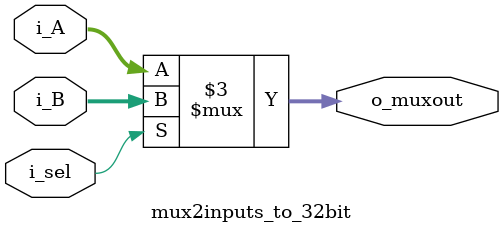
<source format=v>
module mux2inputs_to_32bit(i_A, i_B, i_sel, o_muxout);
parameter NBITS = 32;
input  		[NBITS-1:0] i_A;
input			[NBITS-1:0] i_B;
input       i_sel;

output reg	[NBITS-1:0] o_muxout;

always@* begin
		o_muxout = (!i_sel) ? i_A : i_B;
end

endmodule

</source>
